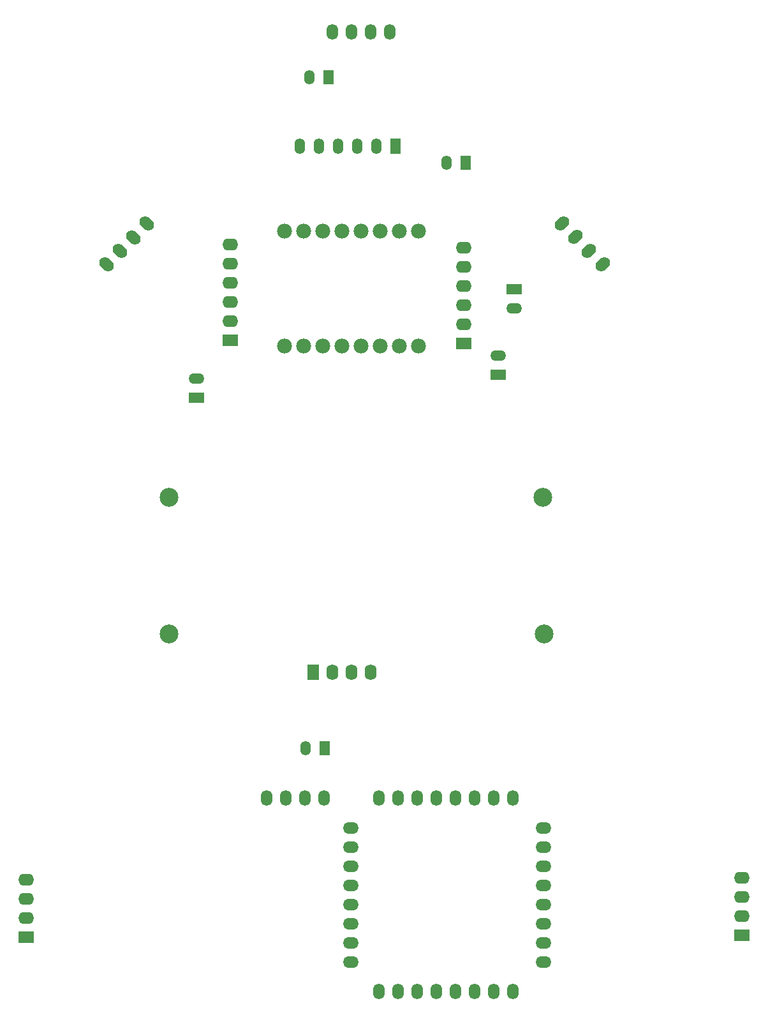
<source format=gbr>
G04*
G04 #@! TF.GenerationSoftware,Altium Limited,Altium Designer,24.9.1 (31)*
G04*
G04 Layer_Physical_Order=1*
G04 Layer_Color=255*
%FSLAX44Y44*%
%MOMM*%
G71*
G04*
G04 #@! TF.SameCoordinates,E522A728-1565-4151-A48C-DAC840DDD12B*
G04*
G04*
G04 #@! TF.FilePolarity,Positive*
G04*
G01*
G75*
%ADD30C,1.9800*%
G04:AMPARAMS|DCode=31|XSize=1.53mm|YSize=2.1mm|CornerRadius=0mm|HoleSize=0mm|Usage=FLASHONLY|Rotation=135.000|XOffset=0mm|YOffset=0mm|HoleType=Round|Shape=Round|*
%AMOVALD31*
21,1,0.5700,1.5300,0.0000,0.0000,225.0*
1,1,1.5300,0.2015,0.2015*
1,1,1.5300,-0.2015,-0.2015*
%
%ADD31OVALD31*%

%ADD32O,2.1000X1.5240*%
%ADD33O,1.5240X2.1000*%
%ADD34C,2.5000*%
%ADD35R,2.1000X1.3700*%
%ADD36O,2.1000X1.3700*%
%ADD37R,1.3700X1.9000*%
%ADD38O,1.3700X1.9000*%
%ADD39R,2.1000X1.6050*%
%ADD40O,2.1000X1.6050*%
%ADD41O,1.5300X2.1000*%
%ADD42O,1.6050X2.1000*%
%ADD43R,1.6050X2.1000*%
%ADD44O,1.3700X2.1000*%
%ADD45R,1.3700X2.1000*%
G04:AMPARAMS|DCode=46|XSize=1.53mm|YSize=2.1mm|CornerRadius=0mm|HoleSize=0mm|Usage=FLASHONLY|Rotation=225.000|XOffset=0mm|YOffset=0mm|HoleType=Round|Shape=Round|*
%AMOVALD46*
21,1,0.5700,1.5300,0.0000,0.0000,315.0*
1,1,1.5300,-0.2015,0.2015*
1,1,1.5300,0.2015,-0.2015*
%
%ADD46OVALD46*%

D30*
X1637030Y9081770D02*
D03*
X1662430D02*
D03*
X1687830D02*
D03*
X1713230D02*
D03*
X1738630D02*
D03*
X1764030D02*
D03*
X1789430D02*
D03*
X1814830D02*
D03*
Y8929370D02*
D03*
X1789430D02*
D03*
X1764030D02*
D03*
X1738630D02*
D03*
X1713230D02*
D03*
X1687830D02*
D03*
X1662430D02*
D03*
X1637030D02*
D03*
D31*
X2058941Y9038319D02*
D03*
X2005059Y9092201D02*
D03*
X2023020Y9074240D02*
D03*
X2040980Y9056279D02*
D03*
D32*
X1725168Y8265160D02*
D03*
Y8214360D02*
D03*
Y8239760D02*
D03*
Y8290560D02*
D03*
Y8188960D02*
D03*
Y8163560D02*
D03*
Y8138160D02*
D03*
Y8112760D02*
D03*
X1980438Y8290560D02*
D03*
Y8265160D02*
D03*
Y8239760D02*
D03*
Y8214360D02*
D03*
Y8188960D02*
D03*
Y8163560D02*
D03*
Y8138160D02*
D03*
Y8112760D02*
D03*
D33*
X1812798Y8073390D02*
D03*
X1914398D02*
D03*
X1787398D02*
D03*
X1838198D02*
D03*
X1863598D02*
D03*
X1888998D02*
D03*
X1761998D02*
D03*
X1939798D02*
D03*
X1664208Y8329930D02*
D03*
X1638808D02*
D03*
X1689608D02*
D03*
X1613408D02*
D03*
X1939798D02*
D03*
X1838198D02*
D03*
X1863598D02*
D03*
X1761998D02*
D03*
X1914398D02*
D03*
X1888998D02*
D03*
X1812798D02*
D03*
X1787398D02*
D03*
D34*
X1980946Y8547862D02*
D03*
X1979930Y8729218D02*
D03*
X1483868Y8547608D02*
D03*
Y8728710D02*
D03*
D35*
X1919986Y8891524D02*
D03*
X1519936Y8861298D02*
D03*
X1941830Y9005062D02*
D03*
D36*
X1919986Y8916924D02*
D03*
X1519936Y8886698D02*
D03*
X1941830Y8979662D02*
D03*
D37*
X1694942Y9286494D02*
D03*
X1877568Y9172448D02*
D03*
X1690370Y8395970D02*
D03*
D38*
X1669542Y9286494D02*
D03*
X1852168Y9172448D02*
D03*
X1664970Y8395970D02*
D03*
D39*
X2244090Y8148320D02*
D03*
X1564640Y8936990D02*
D03*
X1874520Y8933180D02*
D03*
X1293876Y8145272D02*
D03*
D40*
X2244090Y8173720D02*
D03*
Y8199120D02*
D03*
Y8224520D02*
D03*
X1564640Y9063990D02*
D03*
Y9038590D02*
D03*
Y9013190D02*
D03*
Y8987790D02*
D03*
Y8962390D02*
D03*
X1874520Y8958580D02*
D03*
Y8983980D02*
D03*
Y9009380D02*
D03*
Y9034780D02*
D03*
Y9060180D02*
D03*
X1293876Y8170672D02*
D03*
Y8196072D02*
D03*
Y8221472D02*
D03*
D41*
X1751330Y9345930D02*
D03*
X1725930D02*
D03*
X1700530D02*
D03*
X1776730D02*
D03*
D42*
X1750822Y8497316D02*
D03*
X1725422D02*
D03*
X1700022D02*
D03*
D43*
X1674622D02*
D03*
D44*
X1657350Y9194800D02*
D03*
X1682750D02*
D03*
X1708150D02*
D03*
X1733550D02*
D03*
X1758950D02*
D03*
D45*
X1784350D02*
D03*
D46*
X1454150Y9091930D02*
D03*
X1400269Y9038049D02*
D03*
X1418229Y9056009D02*
D03*
X1436190Y9073970D02*
D03*
M02*

</source>
